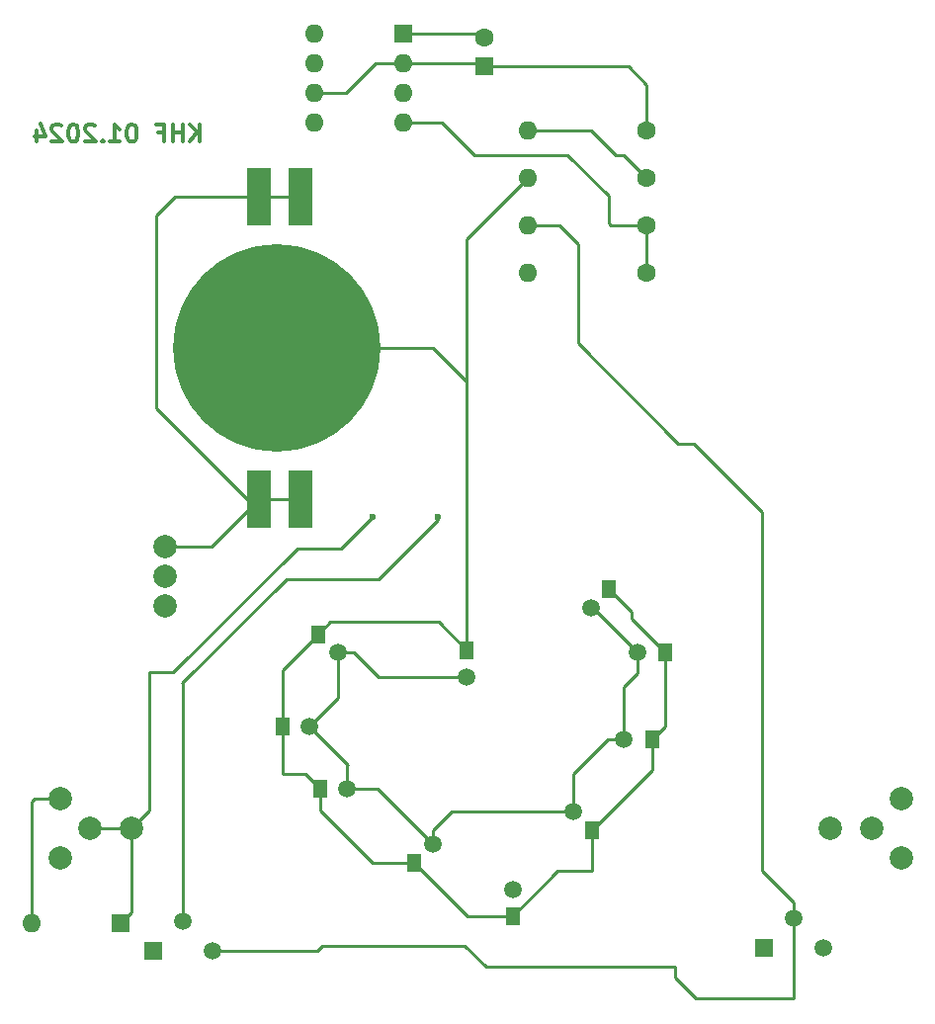
<source format=gbr>
%TF.GenerationSoftware,KiCad,Pcbnew,8.0.1*%
%TF.CreationDate,2024-04-02T10:43:05+02:00*%
%TF.ProjectId,Baerli,42616572-6c69-42e6-9b69-6361645f7063,rev?*%
%TF.SameCoordinates,Original*%
%TF.FileFunction,Copper,L2,Bot*%
%TF.FilePolarity,Positive*%
%FSLAX46Y46*%
G04 Gerber Fmt 4.6, Leading zero omitted, Abs format (unit mm)*
G04 Created by KiCad (PCBNEW 8.0.1) date 2024-04-02 10:43:05*
%MOMM*%
%LPD*%
G01*
G04 APERTURE LIST*
%ADD10C,0.300000*%
%TA.AperFunction,NonConductor*%
%ADD11C,0.300000*%
%TD*%
%TA.AperFunction,ComponentPad*%
%ADD12R,1.200000X1.500000*%
%TD*%
%TA.AperFunction,ComponentPad*%
%ADD13C,1.500000*%
%TD*%
%TA.AperFunction,ComponentPad*%
%ADD14R,1.500000X1.500000*%
%TD*%
%TA.AperFunction,ComponentPad*%
%ADD15C,1.600000*%
%TD*%
%TA.AperFunction,ComponentPad*%
%ADD16O,1.600000X1.600000*%
%TD*%
%TA.AperFunction,ComponentPad*%
%ADD17C,2.000000*%
%TD*%
%TA.AperFunction,ComponentPad*%
%ADD18R,1.600000X1.600000*%
%TD*%
%TA.AperFunction,SMDPad,CuDef*%
%ADD19R,2.000000X5.000000*%
%TD*%
%TA.AperFunction,SMDPad,CuDef*%
%ADD20C,17.780000*%
%TD*%
%TA.AperFunction,ViaPad*%
%ADD21C,0.600000*%
%TD*%
%TA.AperFunction,Conductor*%
%ADD22C,0.250000*%
%TD*%
G04 APERTURE END LIST*
D10*
D11*
X43895489Y-42218828D02*
X43895489Y-40718828D01*
X43038346Y-42218828D02*
X43681203Y-41361685D01*
X43038346Y-40718828D02*
X43895489Y-41575971D01*
X42395489Y-42218828D02*
X42395489Y-40718828D01*
X42395489Y-41433114D02*
X41538346Y-41433114D01*
X41538346Y-42218828D02*
X41538346Y-40718828D01*
X40324060Y-41433114D02*
X40824060Y-41433114D01*
X40824060Y-42218828D02*
X40824060Y-40718828D01*
X40824060Y-40718828D02*
X40109774Y-40718828D01*
X38109774Y-40718828D02*
X37966917Y-40718828D01*
X37966917Y-40718828D02*
X37824060Y-40790257D01*
X37824060Y-40790257D02*
X37752632Y-40861685D01*
X37752632Y-40861685D02*
X37681203Y-41004542D01*
X37681203Y-41004542D02*
X37609774Y-41290257D01*
X37609774Y-41290257D02*
X37609774Y-41647400D01*
X37609774Y-41647400D02*
X37681203Y-41933114D01*
X37681203Y-41933114D02*
X37752632Y-42075971D01*
X37752632Y-42075971D02*
X37824060Y-42147400D01*
X37824060Y-42147400D02*
X37966917Y-42218828D01*
X37966917Y-42218828D02*
X38109774Y-42218828D01*
X38109774Y-42218828D02*
X38252632Y-42147400D01*
X38252632Y-42147400D02*
X38324060Y-42075971D01*
X38324060Y-42075971D02*
X38395489Y-41933114D01*
X38395489Y-41933114D02*
X38466917Y-41647400D01*
X38466917Y-41647400D02*
X38466917Y-41290257D01*
X38466917Y-41290257D02*
X38395489Y-41004542D01*
X38395489Y-41004542D02*
X38324060Y-40861685D01*
X38324060Y-40861685D02*
X38252632Y-40790257D01*
X38252632Y-40790257D02*
X38109774Y-40718828D01*
X36181203Y-42218828D02*
X37038346Y-42218828D01*
X36609775Y-42218828D02*
X36609775Y-40718828D01*
X36609775Y-40718828D02*
X36752632Y-40933114D01*
X36752632Y-40933114D02*
X36895489Y-41075971D01*
X36895489Y-41075971D02*
X37038346Y-41147400D01*
X35538347Y-42075971D02*
X35466918Y-42147400D01*
X35466918Y-42147400D02*
X35538347Y-42218828D01*
X35538347Y-42218828D02*
X35609775Y-42147400D01*
X35609775Y-42147400D02*
X35538347Y-42075971D01*
X35538347Y-42075971D02*
X35538347Y-42218828D01*
X34895489Y-40861685D02*
X34824061Y-40790257D01*
X34824061Y-40790257D02*
X34681204Y-40718828D01*
X34681204Y-40718828D02*
X34324061Y-40718828D01*
X34324061Y-40718828D02*
X34181204Y-40790257D01*
X34181204Y-40790257D02*
X34109775Y-40861685D01*
X34109775Y-40861685D02*
X34038346Y-41004542D01*
X34038346Y-41004542D02*
X34038346Y-41147400D01*
X34038346Y-41147400D02*
X34109775Y-41361685D01*
X34109775Y-41361685D02*
X34966918Y-42218828D01*
X34966918Y-42218828D02*
X34038346Y-42218828D01*
X33109775Y-40718828D02*
X32966918Y-40718828D01*
X32966918Y-40718828D02*
X32824061Y-40790257D01*
X32824061Y-40790257D02*
X32752633Y-40861685D01*
X32752633Y-40861685D02*
X32681204Y-41004542D01*
X32681204Y-41004542D02*
X32609775Y-41290257D01*
X32609775Y-41290257D02*
X32609775Y-41647400D01*
X32609775Y-41647400D02*
X32681204Y-41933114D01*
X32681204Y-41933114D02*
X32752633Y-42075971D01*
X32752633Y-42075971D02*
X32824061Y-42147400D01*
X32824061Y-42147400D02*
X32966918Y-42218828D01*
X32966918Y-42218828D02*
X33109775Y-42218828D01*
X33109775Y-42218828D02*
X33252633Y-42147400D01*
X33252633Y-42147400D02*
X33324061Y-42075971D01*
X33324061Y-42075971D02*
X33395490Y-41933114D01*
X33395490Y-41933114D02*
X33466918Y-41647400D01*
X33466918Y-41647400D02*
X33466918Y-41290257D01*
X33466918Y-41290257D02*
X33395490Y-41004542D01*
X33395490Y-41004542D02*
X33324061Y-40861685D01*
X33324061Y-40861685D02*
X33252633Y-40790257D01*
X33252633Y-40790257D02*
X33109775Y-40718828D01*
X32038347Y-40861685D02*
X31966919Y-40790257D01*
X31966919Y-40790257D02*
X31824062Y-40718828D01*
X31824062Y-40718828D02*
X31466919Y-40718828D01*
X31466919Y-40718828D02*
X31324062Y-40790257D01*
X31324062Y-40790257D02*
X31252633Y-40861685D01*
X31252633Y-40861685D02*
X31181204Y-41004542D01*
X31181204Y-41004542D02*
X31181204Y-41147400D01*
X31181204Y-41147400D02*
X31252633Y-41361685D01*
X31252633Y-41361685D02*
X32109776Y-42218828D01*
X32109776Y-42218828D02*
X31181204Y-42218828D01*
X29895491Y-41218828D02*
X29895491Y-42218828D01*
X30252633Y-40647400D02*
X30609776Y-41718828D01*
X30609776Y-41718828D02*
X29681205Y-41718828D01*
D12*
%TO.P,REF\u002A\u002A,1*%
%TO.N,Net-(Q1-E)*%
X50991086Y-92260914D03*
X54039086Y-84386914D03*
X54166086Y-97594914D03*
X62225137Y-103955914D03*
X66739086Y-85750914D03*
X70676086Y-108530914D03*
X77472086Y-101161914D03*
X78907086Y-80500914D03*
X82614086Y-93403914D03*
X83695984Y-85910914D03*
D13*
%TO.P,REF\u002A\u002A,2*%
%TO.N,Net-(Q2-E)*%
X53291086Y-92260914D03*
X55739086Y-85986914D03*
X56466086Y-97594914D03*
X63825137Y-102355914D03*
X66739086Y-88036914D03*
%TO.N,N/C*%
X70676086Y-106230914D03*
%TO.N,Net-(Q2-E)*%
X75872086Y-99561914D03*
X77407086Y-82100914D03*
X80214086Y-93403914D03*
X81395984Y-85910914D03*
%TD*%
D14*
%TO.P,T2,1*%
%TO.N,Net-(Q2-E)*%
X92202000Y-111252000D03*
D13*
%TO.P,T2,2*%
%TO.N,Net-(Q1-C)*%
X94742000Y-108712000D03*
%TO.P,T2,3*%
%TO.N,Net-(Q2-C)*%
X97282000Y-111252000D03*
%TD*%
D14*
%TO.P,T1,1*%
%TO.N,Net-(Q1-E)*%
X39878000Y-111506000D03*
D13*
%TO.P,T1,2*%
%TO.N,Net-(Q1-B)*%
X42418000Y-108966000D03*
%TO.P,T1,3*%
%TO.N,Net-(Q1-C)*%
X44958000Y-111506000D03*
%TD*%
D15*
%TO.P,R6,1*%
%TO.N,Net-(S1-E)*%
X82152086Y-53411914D03*
D16*
%TO.P,R6,2*%
%TO.N,Net-(Q2-C)*%
X71992086Y-53411914D03*
%TD*%
D17*
%TO.P,S1,1,A*%
%TO.N,Net-(S1-A-Pad1)*%
X40872086Y-76881914D03*
%TO.P,S1,2,E*%
%TO.N,Net-(S1-E)*%
X40872086Y-79421914D03*
%TO.P,S1,3,A*%
%TO.N,unconnected-(S1-A-Pad3)*%
X40872086Y-81961914D03*
%TD*%
D15*
%TO.P,R3,1*%
%TO.N,Net-(D3-K)*%
X82152086Y-41261914D03*
D16*
%TO.P,R3,2*%
%TO.N,Net-(Q1-B)*%
X71992086Y-41261914D03*
%TD*%
D18*
%TO.P,D3,1,K*%
%TO.N,Net-(D3-K)*%
X37082086Y-109161914D03*
D16*
%TO.P,D3,2,A*%
%TO.N,Net-(D3-A)*%
X29462086Y-109161914D03*
%TD*%
D15*
%TO.P,R5,1*%
%TO.N,Net-(S1-E)*%
X82152086Y-49361914D03*
D16*
%TO.P,R5,2*%
%TO.N,Net-(Q1-C)*%
X71992086Y-49361914D03*
%TD*%
D18*
%TO.P,U1,1,GND*%
%TO.N,Net-(Q1-E)*%
X61272086Y-32961914D03*
D16*
%TO.P,U1,2,TR*%
%TO.N,Net-(D3-K)*%
X61272086Y-35501914D03*
%TO.P,U1,3,Q*%
%TO.N,unconnected-(U1-Q-Pad3)*%
X61272086Y-38041914D03*
%TO.P,U1,4,R*%
%TO.N,Net-(S1-E)*%
X61272086Y-40581914D03*
%TO.P,U1,5,CV*%
%TO.N,unconnected-(U1-CV-Pad5)*%
X53652086Y-40581914D03*
%TO.P,U1,6,THR*%
%TO.N,Net-(D3-K)*%
X53652086Y-38041914D03*
%TO.P,U1,7,DIS*%
%TO.N,Net-(D3-A)*%
X53652086Y-35501914D03*
%TO.P,U1,8,VCC*%
%TO.N,Net-(S1-E)*%
X53652086Y-32961914D03*
%TD*%
D17*
%TO.P,P1,1,1*%
%TO.N,Net-(S1-E)*%
X103968086Y-103601914D03*
%TO.P,P1,2,2*%
%TO.N,unconnected-(P1-Pad2)*%
X103968086Y-98521914D03*
%TO.P,P1,3,3*%
%TO.N,Net-(D3-A)*%
X97872086Y-101061914D03*
X101428086Y-101061914D03*
%TD*%
D19*
%TO.P,U2,1*%
%TO.N,Net-(S1-A-Pad1)*%
X52504086Y-46907914D03*
X48948086Y-46907914D03*
X52504086Y-72801914D03*
X48948086Y-72801914D03*
D20*
%TO.P,U2,2*%
%TO.N,Net-(Q1-E)*%
X50472086Y-59861914D03*
%TD*%
D15*
%TO.P,R4,1*%
%TO.N,Net-(Q1-B)*%
X82152086Y-45311914D03*
D16*
%TO.P,R4,2*%
%TO.N,Net-(Q1-E)*%
X71992086Y-45311914D03*
%TD*%
D17*
%TO.P,P2,1,1*%
%TO.N,Net-(D3-A)*%
X31919086Y-98521914D03*
%TO.P,P2,2,2*%
%TO.N,unconnected-(P2-Pad2)*%
X31919086Y-103601914D03*
%TO.P,P2,3,3*%
%TO.N,Net-(D3-K)*%
X38015086Y-101061914D03*
X34459086Y-101061914D03*
%TD*%
D18*
%TO.P,C1,1*%
%TO.N,Net-(D3-K)*%
X68272086Y-35761914D03*
D15*
%TO.P,C1,2*%
%TO.N,Net-(Q1-E)*%
X68272086Y-33261914D03*
%TD*%
D21*
%TO.N,Net-(D3-K)*%
X58672086Y-74361914D03*
%TO.N,Net-(Q1-B)*%
X64272086Y-74337414D03*
%TD*%
D22*
%TO.N,Net-(D3-K)*%
X34459086Y-101061914D02*
X38015086Y-101061914D01*
X55972086Y-77061914D02*
X58672086Y-74361914D01*
X39572086Y-99504914D02*
X39572086Y-87661914D01*
X39572086Y-87661914D02*
X41603706Y-87661914D01*
X82152086Y-37341914D02*
X82152086Y-41261914D01*
X53652086Y-38041914D02*
X56392086Y-38041914D01*
X38015086Y-101061914D02*
X39572086Y-99504914D01*
X68272086Y-35761914D02*
X80572086Y-35761914D01*
X53572086Y-77061914D02*
X55972086Y-77061914D01*
X52203706Y-77061914D02*
X53572086Y-77061914D01*
X41603706Y-87661914D02*
X52203706Y-77061914D01*
X58932086Y-35501914D02*
X61272086Y-35501914D01*
X56392086Y-38041914D02*
X58932086Y-35501914D01*
X38015086Y-108228914D02*
X37082086Y-109161914D01*
X38015086Y-101061914D02*
X38015086Y-108228914D01*
X80572086Y-35761914D02*
X82152086Y-37341914D01*
X61272086Y-35501914D02*
X68012086Y-35501914D01*
X68012086Y-35501914D02*
X68272086Y-35761914D01*
%TO.N,Net-(Q1-E)*%
X54166086Y-97594914D02*
X54166086Y-99455914D01*
X50472086Y-59861914D02*
X63872086Y-59861914D01*
X64350086Y-83361914D02*
X66739086Y-85750914D01*
X66739086Y-50564914D02*
X66739086Y-63261914D01*
X66739086Y-63261914D02*
X66739086Y-85750914D01*
X50991086Y-92260914D02*
X50991086Y-96380914D01*
X74545086Y-104661914D02*
X70676086Y-108530914D01*
X77472086Y-104661914D02*
X74545086Y-104661914D01*
X77472086Y-101161914D02*
X77472086Y-104661914D01*
X54166086Y-99455914D02*
X58666086Y-103955914D01*
X71992086Y-45311914D02*
X66739086Y-50564914D01*
X83695984Y-92322016D02*
X82614086Y-93403914D01*
X52952086Y-96380914D02*
X54166086Y-97594914D01*
X61272086Y-32961914D02*
X67972086Y-32961914D01*
X66739086Y-62728914D02*
X66739086Y-63261914D01*
X83695984Y-85910914D02*
X83695984Y-92322016D01*
X50991086Y-96380914D02*
X52952086Y-96380914D01*
X80868086Y-83083016D02*
X83695984Y-85910914D01*
X58666086Y-103955914D02*
X62225137Y-103955914D01*
X54039086Y-84386914D02*
X55064086Y-83361914D01*
X82614086Y-96019914D02*
X77472086Y-101161914D01*
X54039086Y-84386914D02*
X50991086Y-87434914D01*
X63872086Y-59861914D02*
X66739086Y-62728914D01*
X67972086Y-32961914D02*
X68272086Y-33261914D01*
X66800137Y-108530914D02*
X70676086Y-108530914D01*
X78907086Y-80500914D02*
X80868086Y-82461914D01*
X62225137Y-103955914D02*
X66800137Y-108530914D01*
X80868086Y-82461914D02*
X80868086Y-83083016D01*
X50991086Y-87434914D02*
X50991086Y-92260914D01*
X55064086Y-83361914D02*
X64350086Y-83361914D01*
X82614086Y-93403914D02*
X82614086Y-96019914D01*
%TO.N,Net-(D3-A)*%
X31919086Y-98521914D02*
X29712086Y-98521914D01*
X29712086Y-98521914D02*
X29462086Y-98771914D01*
X29462086Y-98771914D02*
X29462086Y-109161914D01*
%TO.N,Net-(S1-E)*%
X75372086Y-43361914D02*
X78872086Y-46861914D01*
X78872086Y-46861914D02*
X78872086Y-49161914D01*
X64592086Y-40581914D02*
X67372086Y-43361914D01*
X67372086Y-43361914D02*
X75372086Y-43361914D01*
X61272086Y-40581914D02*
X64592086Y-40581914D01*
X82152086Y-49361914D02*
X82152086Y-53411914D01*
X78872086Y-49161914D02*
X79072086Y-49361914D01*
X79072086Y-49361914D02*
X82152086Y-49361914D01*
%TO.N,Net-(Q1-B)*%
X51272086Y-79661914D02*
X42372086Y-88561914D01*
X64272086Y-74561914D02*
X59172086Y-79661914D01*
X42418000Y-88607828D02*
X42418000Y-108966000D01*
X64272086Y-74337414D02*
X64272086Y-74561914D01*
X77372086Y-41261914D02*
X79472086Y-43361914D01*
X80202086Y-43361914D02*
X82152086Y-45311914D01*
X42372086Y-88561914D02*
X42418000Y-88607828D01*
X71992086Y-41261914D02*
X77372086Y-41261914D01*
X59172086Y-79661914D02*
X51272086Y-79661914D01*
X79472086Y-43361914D02*
X80202086Y-43361914D01*
%TO.N,Net-(Q1-C)*%
X54356000Y-111061914D02*
X53911914Y-111506000D01*
X92044578Y-104634406D02*
X92044578Y-73934406D01*
X53911914Y-111506000D02*
X44958000Y-111506000D01*
X54356000Y-111061914D02*
X66572086Y-111061914D01*
X76272086Y-50961914D02*
X74672086Y-49361914D01*
X92044578Y-73934406D02*
X86172086Y-68061914D01*
X74672086Y-49361914D02*
X71992086Y-49361914D01*
X84572086Y-113782086D02*
X84572086Y-112861914D01*
X94742000Y-108712000D02*
X94742000Y-115570000D01*
X94742000Y-115570000D02*
X86360000Y-115570000D01*
X86360000Y-115570000D02*
X84572086Y-113782086D01*
X92044578Y-104634406D02*
X94742000Y-107331828D01*
X94742000Y-107331828D02*
X94742000Y-108712000D01*
X84872086Y-68061914D02*
X76272086Y-59461914D01*
X76272086Y-59461914D02*
X76272086Y-50961914D01*
X68372086Y-112861914D02*
X84572086Y-112861914D01*
X66572086Y-111061914D02*
X68372086Y-112861914D01*
X86172086Y-68061914D02*
X84872086Y-68061914D01*
%TO.N,Net-(Q2-E)*%
X53291086Y-92260914D02*
X56592086Y-95561914D01*
X75872086Y-96361914D02*
X75872086Y-99561914D01*
X65472086Y-99561914D02*
X63825137Y-101208863D01*
X81395984Y-85910914D02*
X77585984Y-82100914D01*
X59147086Y-88036914D02*
X66739086Y-88036914D01*
X81395984Y-85910914D02*
X81395984Y-87738016D01*
X57097086Y-85986914D02*
X59147086Y-88036914D01*
X56466086Y-97594914D02*
X59064137Y-97594914D01*
X56466086Y-95687914D02*
X56466086Y-97594914D01*
X81395984Y-87738016D02*
X80214086Y-88919914D01*
X55739086Y-85986914D02*
X57097086Y-85986914D01*
X55739086Y-85986914D02*
X55739086Y-89812914D01*
X75872086Y-99561914D02*
X65472086Y-99561914D01*
X78830086Y-93403914D02*
X75872086Y-96361914D01*
X56592086Y-95561914D02*
X56466086Y-95687914D01*
X77585984Y-82100914D02*
X77407086Y-82100914D01*
X63825137Y-101208863D02*
X63825137Y-102355914D01*
X80214086Y-88919914D02*
X80214086Y-93403914D01*
X59064137Y-97594914D02*
X63825137Y-102355914D01*
X55739086Y-89812914D02*
X53291086Y-92260914D01*
X80214086Y-93403914D02*
X78830086Y-93403914D01*
%TO.N,Net-(S1-A-Pad1)*%
X40132000Y-65024000D02*
X47909914Y-72801914D01*
X48948086Y-46907914D02*
X52504086Y-46907914D01*
X44868086Y-76881914D02*
X40872086Y-76881914D01*
X48948086Y-72801914D02*
X44868086Y-76881914D01*
X48948086Y-46907914D02*
X41738086Y-46907914D01*
X40132000Y-48514000D02*
X40132000Y-65024000D01*
X47909914Y-72801914D02*
X48948086Y-72801914D01*
X41738086Y-46907914D02*
X40132000Y-48514000D01*
X52504086Y-72801914D02*
X48948086Y-72801914D01*
%TD*%
M02*

</source>
